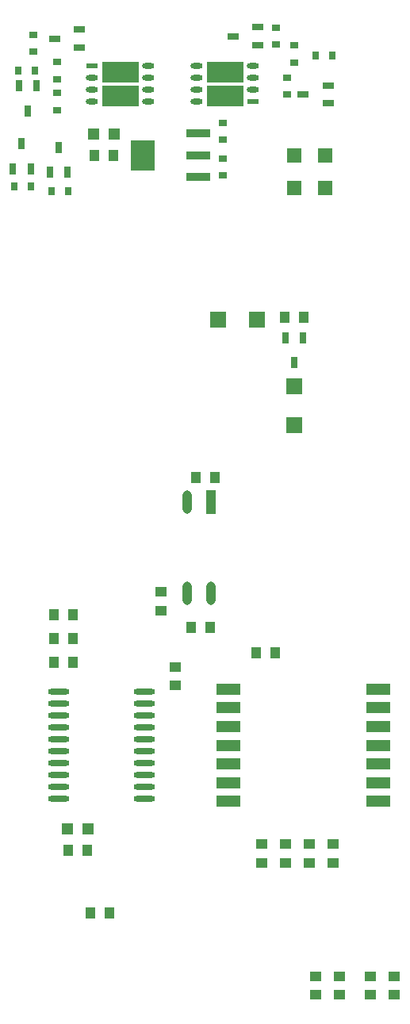
<source format=gtp>
%FSTAX24Y24*%
%MOIN*%
G70*
G01*
G75*
G04 Layer_Color=8421504*
%ADD10O,0.0394X0.0984*%
%ADD11R,0.0394X0.0984*%
%ADD12R,0.0394X0.0512*%
%ADD13R,0.0709X0.0709*%
%ADD14R,0.0472X0.0512*%
%ADD15R,0.1004X0.0374*%
%ADD16R,0.1004X0.1299*%
%ADD17R,0.0512X0.0394*%
%ADD18R,0.0630X0.0630*%
%ADD19R,0.0374X0.0315*%
%ADD20R,0.0984X0.0512*%
%ADD21O,0.0906X0.0236*%
%ADD22R,0.0709X0.0709*%
%ADD23R,0.0256X0.0472*%
%ADD24R,0.1575X0.0866*%
%ADD25R,0.0512X0.0236*%
%ADD26O,0.0512X0.0236*%
%ADD27R,0.0315X0.0374*%
%ADD28R,0.0472X0.0256*%
%ADD29C,0.0100*%
%ADD30C,0.0300*%
%ADD31C,0.0250*%
%ADD32C,0.0600*%
%ADD33C,0.0200*%
%ADD34C,0.0080*%
%ADD35C,0.0060*%
%ADD36C,0.2756*%
%ADD37C,0.0709*%
%ADD38C,0.0984*%
%ADD39R,0.0984X0.0984*%
G04:AMPARAMS|DCode=40|XSize=37.4mil|YSize=57.1mil|CornerRadius=0mil|HoleSize=0mil|Usage=FLASHONLY|Rotation=345.000|XOffset=0mil|YOffset=0mil|HoleType=Round|Shape=Round|*
%AMOVALD40*
21,1,0.0197,0.0374,0.0000,0.0000,75.0*
1,1,0.0374,-0.0025,-0.0095*
1,1,0.0374,0.0025,0.0095*
%
%ADD40OVALD40*%

G04:AMPARAMS|DCode=41|XSize=37.4mil|YSize=57.1mil|CornerRadius=0mil|HoleSize=0mil|Usage=FLASHONLY|Rotation=10.000|XOffset=0mil|YOffset=0mil|HoleType=Round|Shape=Round|*
%AMOVALD41*
21,1,0.0197,0.0374,0.0000,0.0000,100.0*
1,1,0.0374,0.0017,-0.0097*
1,1,0.0374,-0.0017,0.0097*
%
%ADD41OVALD41*%

%ADD42R,0.0591X0.0591*%
%ADD43C,0.0591*%
%ADD44R,0.0591X0.0591*%
%ADD45C,0.1800*%
%ADD46C,0.0320*%
%ADD47C,0.0500*%
%ADD48C,0.0098*%
%ADD49C,0.0079*%
%ADD50C,0.0236*%
%ADD51C,0.0040*%
%ADD52C,0.0030*%
G04:AMPARAMS|DCode=53|XSize=165.4mil|YSize=0mil|CornerRadius=0mil|HoleSize=0mil|Usage=FLASHONLY|Rotation=345.000|XOffset=0mil|YOffset=0mil|HoleType=Round|Shape=Rectangle|*
%AMROTATEDRECTD53*
4,1,4,-0.0799,0.0214,-0.0799,0.0214,0.0799,-0.0214,0.0799,-0.0214,-0.0799,0.0214,0.0*
%
%ADD53ROTATEDRECTD53*%

G04:AMPARAMS|DCode=54|XSize=173.2mil|YSize=15.7mil|CornerRadius=0mil|HoleSize=0mil|Usage=FLASHONLY|Rotation=345.000|XOffset=0mil|YOffset=0mil|HoleType=Round|Shape=Rectangle|*
%AMROTATEDRECTD54*
4,1,4,-0.0857,0.0148,-0.0816,0.0300,0.0857,-0.0148,0.0816,-0.0300,-0.0857,0.0148,0.0*
%
%ADD54ROTATEDRECTD54*%

G04:AMPARAMS|DCode=55|XSize=165.4mil|YSize=0mil|CornerRadius=0mil|HoleSize=0mil|Usage=FLASHONLY|Rotation=10.000|XOffset=0mil|YOffset=0mil|HoleType=Round|Shape=Rectangle|*
%AMROTATEDRECTD55*
4,1,4,-0.0814,-0.0144,-0.0814,-0.0144,0.0814,0.0144,0.0814,0.0144,-0.0814,-0.0144,0.0*
%
%ADD55ROTATEDRECTD55*%

G04:AMPARAMS|DCode=56|XSize=173.2mil|YSize=15.7mil|CornerRadius=0mil|HoleSize=0mil|Usage=FLASHONLY|Rotation=10.000|XOffset=0mil|YOffset=0mil|HoleType=Round|Shape=Rectangle|*
%AMROTATEDRECTD56*
4,1,4,-0.0839,-0.0228,-0.0867,-0.0073,0.0839,0.0228,0.0867,0.0073,-0.0839,-0.0228,0.0*
%
%ADD56ROTATEDRECTD56*%

D10*
X193702Y153491D02*
D03*
X192718D02*
D03*
X192698Y157309D02*
D03*
D11*
X193702Y157309D02*
D03*
D12*
X193069Y158366D02*
D03*
X193857D02*
D03*
X196394Y151D02*
D03*
X195606D02*
D03*
X187706Y1427D02*
D03*
X188494D02*
D03*
X189594Y1719D02*
D03*
X188806D02*
D03*
X187106Y1506D02*
D03*
X187894D02*
D03*
X187106Y1516D02*
D03*
X187894D02*
D03*
Y1526D02*
D03*
X187106D02*
D03*
X197594Y1651D02*
D03*
X196806D02*
D03*
X189434Y14006D02*
D03*
X188646D02*
D03*
X192872Y152067D02*
D03*
X19366D02*
D03*
D13*
X19399Y165D02*
D03*
X195644D02*
D03*
D14*
X188527Y1436D02*
D03*
X187661D02*
D03*
X188773Y1728D02*
D03*
X189639D02*
D03*
D15*
X193171Y170994D02*
D03*
Y1719D02*
D03*
Y172806D02*
D03*
D16*
X190829Y1719D02*
D03*
D17*
X1991Y136606D02*
D03*
Y137394D02*
D03*
X2014Y136606D02*
D03*
Y137394D02*
D03*
X1981D02*
D03*
Y136606D02*
D03*
X2004Y137394D02*
D03*
Y136606D02*
D03*
X1922Y150394D02*
D03*
Y149606D02*
D03*
X19159Y152766D02*
D03*
Y153554D02*
D03*
X19585Y142156D02*
D03*
Y142944D02*
D03*
X19685Y142156D02*
D03*
Y142944D02*
D03*
X19785Y142156D02*
D03*
Y142944D02*
D03*
X19885Y142156D02*
D03*
Y142944D02*
D03*
D18*
X1972Y171869D02*
D03*
Y170531D02*
D03*
X1985Y170531D02*
D03*
Y171869D02*
D03*
D19*
X1942Y171754D02*
D03*
Y171046D02*
D03*
Y173254D02*
D03*
Y172546D02*
D03*
X19645Y176546D02*
D03*
Y177254D02*
D03*
X1972Y176504D02*
D03*
Y175796D02*
D03*
X1969Y174446D02*
D03*
Y175154D02*
D03*
X18725Y173796D02*
D03*
Y174504D02*
D03*
X18625Y176246D02*
D03*
Y176954D02*
D03*
X18725Y175804D02*
D03*
Y175096D02*
D03*
D20*
X19445Y149462D02*
D03*
Y148675D02*
D03*
Y147887D02*
D03*
Y1471D02*
D03*
Y146313D02*
D03*
Y145525D02*
D03*
Y144738D02*
D03*
X20075Y149462D02*
D03*
Y148675D02*
D03*
Y147887D02*
D03*
Y1471D02*
D03*
Y146313D02*
D03*
Y145525D02*
D03*
Y144738D02*
D03*
D21*
X190891Y14485D02*
D03*
Y14535D02*
D03*
Y14585D02*
D03*
Y14635D02*
D03*
Y14685D02*
D03*
Y14735D02*
D03*
Y14785D02*
D03*
Y14835D02*
D03*
Y14885D02*
D03*
Y14935D02*
D03*
X187309Y14485D02*
D03*
Y14535D02*
D03*
Y14585D02*
D03*
Y14635D02*
D03*
Y14685D02*
D03*
Y14735D02*
D03*
Y14785D02*
D03*
Y14835D02*
D03*
Y14885D02*
D03*
Y14935D02*
D03*
D22*
X1972Y160546D02*
D03*
Y1622D02*
D03*
D23*
Y163178D02*
D03*
X197574Y164222D02*
D03*
X196826D02*
D03*
X187674Y171178D02*
D03*
X186926D02*
D03*
X1873Y172222D02*
D03*
X186124Y171328D02*
D03*
X185376D02*
D03*
X18575Y172372D02*
D03*
X185624Y174806D02*
D03*
X186372D02*
D03*
X185998Y173761D02*
D03*
D24*
X1943Y1754D02*
D03*
Y1744D02*
D03*
X1899D02*
D03*
Y1754D02*
D03*
D25*
X195484Y17415D02*
D03*
X188716Y17565D02*
D03*
D26*
X195484Y17465D02*
D03*
Y17515D02*
D03*
Y17565D02*
D03*
X193116Y17415D02*
D03*
Y17465D02*
D03*
Y17515D02*
D03*
Y17565D02*
D03*
X188716Y17515D02*
D03*
Y17465D02*
D03*
Y17415D02*
D03*
X191084Y17565D02*
D03*
Y17515D02*
D03*
Y17465D02*
D03*
Y17415D02*
D03*
D27*
X186996Y1704D02*
D03*
X187704D02*
D03*
X198096Y1761D02*
D03*
X198804D02*
D03*
X185446Y1706D02*
D03*
X186154D02*
D03*
X186304Y17545D02*
D03*
X185596D02*
D03*
D28*
X195672Y177274D02*
D03*
Y176526D02*
D03*
X194628Y1769D02*
D03*
X198622Y174824D02*
D03*
Y174076D02*
D03*
X197578Y17445D02*
D03*
X188172Y177174D02*
D03*
Y176426D02*
D03*
X187128Y1768D02*
D03*
M02*

</source>
